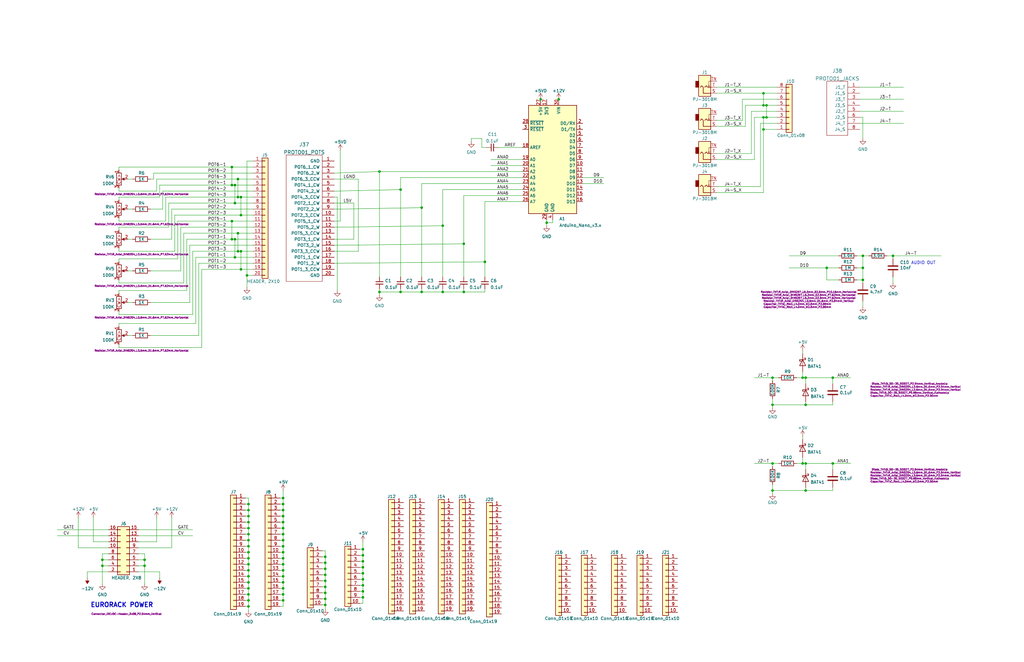
<source format=kicad_sch>
(kicad_sch (version 20211123) (generator eeschema)
  (paper "B")
  (title_block (title "ARDUINO NANO ON ER-PROTO-DB-01") (date "2022-11-07") (rev "1"))
  (junction (at 204.47 110.49))
  (junction (at 338.455 159.385))
  (junction (at 119.38 210.185))
  (junction (at 104.775 255.905))
  (junction (at 104.775 225.425))
  (junction (at 99.06 85.725))
  (junction (at 97.79 70.485))
  (junction (at 97.79 93.345))
  (junction (at 153.035 231.775))
  (junction (at 104.775 245.745))
  (junction (at 137.16 240.03))
  (junction (at 43.18 238.76))
  (junction (at 119.38 253.365))
  (junction (at 119.38 217.805))
  (junction (at 101.6 83.185))
  (junction (at 104.775 248.285))
  (junction (at 101.6 90.805))
  (junction (at 119.38 245.745))
  (junction (at 60.96 238.76))
  (junction (at 100.33 75.565))
  (junction (at 119.38 233.045))
  (junction (at 321.945 44.45))
  (junction (at 153.035 234.315))
  (junction (at 186.69 123.19))
  (junction (at 100.33 98.425))
  (junction (at 160.02 72.39))
  (junction (at 339.725 170.815))
  (junction (at 104.775 220.345))
  (junction (at 137.16 247.65))
  (junction (at 104.14 116.205))
  (junction (at 104.775 235.585))
  (junction (at 99.06 100.965))
  (junction (at 104.775 250.825))
  (junction (at 119.38 222.885))
  (junction (at 104.775 227.965))
  (junction (at 321.945 54.61))
  (junction (at 153.035 252.095))
  (junction (at 195.58 123.19))
  (junction (at 104.775 217.805))
  (junction (at 101.6 106.045))
  (junction (at 99.06 78.105))
  (junction (at 43.18 236.22))
  (junction (at 339.725 195.58))
  (junction (at 119.38 235.585))
  (junction (at 119.38 240.665))
  (junction (at 195.58 102.87))
  (junction (at 325.755 195.58))
  (junction (at 168.91 80.01))
  (junction (at 227.965 41.91))
  (junction (at 97.79 78.105))
  (junction (at 119.38 227.965))
  (junction (at 325.755 207.01))
  (junction (at 338.455 195.58))
  (junction (at 97.79 100.965))
  (junction (at 137.16 245.11))
  (junction (at 235.585 41.91))
  (junction (at 153.035 249.555))
  (junction (at 119.38 220.345))
  (junction (at 325.755 170.815))
  (junction (at 153.035 247.015))
  (junction (at 321.945 49.53))
  (junction (at 104.775 238.125))
  (junction (at 104.775 215.265))
  (junction (at 104.775 233.045))
  (junction (at 351.155 195.58))
  (junction (at 137.16 237.49))
  (junction (at 60.96 236.22))
  (junction (at 119.38 230.505))
  (junction (at 100.33 83.185))
  (junction (at 119.38 248.285))
  (junction (at 104.775 253.365))
  (junction (at 348.615 113.03))
  (junction (at 363.855 118.11))
  (junction (at 100.33 106.045))
  (junction (at 119.38 225.425))
  (junction (at 104.775 240.665))
  (junction (at 160.02 123.19))
  (junction (at 104.775 230.505))
  (junction (at 186.69 95.25))
  (junction (at 325.755 159.385))
  (junction (at 137.16 234.95))
  (junction (at 101.6 113.665))
  (junction (at 376.555 107.95))
  (junction (at 137.16 252.73))
  (junction (at 119.38 215.265))
  (junction (at 177.8 87.63))
  (junction (at 168.91 123.19))
  (junction (at 104.775 212.725))
  (junction (at 119.38 243.205))
  (junction (at 137.16 255.27))
  (junction (at 323.215 49.53))
  (junction (at 339.725 159.385))
  (junction (at 153.035 239.395))
  (junction (at 137.16 242.57))
  (junction (at 104.775 243.205))
  (junction (at 363.855 113.03))
  (junction (at 153.035 236.855))
  (junction (at 99.06 108.585))
  (junction (at 339.725 207.01))
  (junction (at 137.16 250.19))
  (junction (at 153.035 241.935))
  (junction (at 119.38 238.125))
  (junction (at 321.945 39.37))
  (junction (at 104.775 222.885))
  (junction (at 153.035 244.475))
  (junction (at 119.38 250.825))
  (junction (at 230.505 93.98))
  (junction (at 323.215 44.45))
  (junction (at 363.855 107.95))
  (junction (at 119.38 212.725))
  (junction (at 177.8 123.19))
  (junction (at 351.155 159.385))
  (wire (pts (xy 103.505 220.345) (xy 104.775 220.345)))
  (wire (pts (xy 358.775 195.58) (xy 351.155 195.58)))
  (wire (pts (xy 135.89 242.57) (xy 137.16 242.57)))
  (wire (pts (xy 325.755 195.58) (xy 325.755 196.85)))
  (wire (pts (xy 119.38 215.265) (xy 119.38 217.805)))
  (wire (pts (xy 104.775 225.425) (xy 104.775 227.965)))
  (wire (pts (xy 140.97 85.725) (xy 149.225 85.725)))
  (wire (pts (xy 103.505 250.825) (xy 104.775 250.825)))
  (wire (pts (xy 351.155 195.58) (xy 351.155 198.12)))
  (wire (pts (xy 81.28 106.045) (xy 81.28 132.715)))
  (wire (pts (xy 362.585 41.91) (xy 381 41.91)))
  (wire (pts (xy 325.755 207.01) (xy 325.755 204.47)))
  (wire (pts (xy 58.42 226.06) (xy 81.28 226.06)))
  (wire (pts (xy 137.16 255.27) (xy 137.16 257.175)))
  (wire (pts (xy 106.68 100.965) (xy 99.06 100.965)))
  (wire (pts (xy 153.035 247.015) (xy 153.035 249.555)))
  (wire (pts (xy 363.855 107.95) (xy 366.395 107.95)))
  (wire (pts (xy 69.85 93.345) (xy 69.85 83.185)))
  (wire (pts (xy 50.165 104.775) (xy 50.165 106.045)))
  (wire (pts (xy 220.345 80.01) (xy 186.69 80.01)))
  (wire (pts (xy 338.455 195.58) (xy 339.725 195.58)))
  (wire (pts (xy 106.68 93.345) (xy 97.79 93.345)))
  (wire (pts (xy 135.89 250.19) (xy 137.16 250.19)))
  (wire (pts (xy 118.11 225.425) (xy 119.38 225.425)))
  (wire (pts (xy 76.2 114.3) (xy 63.5 114.3)))
  (wire (pts (xy 24.13 223.52) (xy 45.72 223.52)))
  (wire (pts (xy 118.11 255.905) (xy 119.38 255.905)))
  (wire (pts (xy 151.13 75.565) (xy 151.13 106.045)))
  (wire (pts (xy 106.68 103.505) (xy 80.01 103.505)))
  (wire (pts (xy 245.745 77.47) (xy 254.635 77.47)))
  (wire (pts (xy 137.16 232.41) (xy 137.16 234.95)))
  (wire (pts (xy 50.165 92.075) (xy 50.165 93.345)))
  (wire (pts (xy 302.26 64.77) (xy 316.865 64.77)))
  (wire (pts (xy 140.97 83.185) (xy 142.24 83.185)))
  (wire (pts (xy 313.055 50.8) (xy 313.055 41.91)))
  (wire (pts (xy 153.035 234.315) (xy 153.035 236.855)))
  (wire (pts (xy 119.38 227.965) (xy 119.38 230.505)))
  (wire (pts (xy 83.82 111.125) (xy 83.82 141.605)))
  (wire (pts (xy 97.79 70.485) (xy 106.68 70.485)))
  (wire (pts (xy 104.775 255.905) (xy 104.775 257.81)))
  (wire (pts (xy 99.06 108.585) (xy 82.55 108.585)))
  (wire (pts (xy 339.725 159.385) (xy 339.725 161.925)))
  (wire (pts (xy 101.6 113.665) (xy 85.09 113.665)))
  (wire (pts (xy 77.47 98.425) (xy 77.47 119.38)))
  (wire (pts (xy 104.775 233.045) (xy 104.775 235.585)))
  (wire (pts (xy 320.675 52.07) (xy 327.66 52.07)))
  (wire (pts (xy 24.13 226.06) (xy 45.72 226.06)))
  (wire (pts (xy 119.38 212.725) (xy 119.38 215.265)))
  (wire (pts (xy 103.505 253.365) (xy 104.775 253.365)))
  (wire (pts (xy 103.505 245.745) (xy 104.775 245.745)))
  (wire (pts (xy 204.47 85.09) (xy 204.47 110.49)))
  (wire (pts (xy 104.775 248.285) (xy 104.775 250.825)))
  (wire (pts (xy 204.47 110.49) (xy 204.47 116.84)))
  (wire (pts (xy 151.765 234.315) (xy 153.035 234.315)))
  (wire (pts (xy 33.02 218.44) (xy 33.02 231.14)))
  (wire (pts (xy 103.505 235.585) (xy 104.775 235.585)))
  (wire (pts (xy 207.01 67.31) (xy 220.345 67.31)))
  (wire (pts (xy 119.38 225.425) (xy 119.38 227.965)))
  (wire (pts (xy 55.88 141.605) (xy 53.975 141.605)))
  (wire (pts (xy 363.855 49.53) (xy 363.855 58.42)))
  (wire (pts (xy 140.97 75.565) (xy 151.13 75.565)))
  (wire (pts (xy 100.33 75.565) (xy 106.68 75.565)))
  (wire (pts (xy 58.42 223.52) (xy 81.28 223.52)))
  (wire (pts (xy 103.505 215.265) (xy 104.775 215.265)))
  (wire (pts (xy 230.505 93.98) (xy 233.045 93.98)))
  (wire (pts (xy 177.8 121.92) (xy 177.8 123.19)))
  (wire (pts (xy 220.345 77.47) (xy 177.8 77.47)))
  (wire (pts (xy 104.775 215.265) (xy 104.775 217.805)))
  (wire (pts (xy 118.11 215.265) (xy 119.38 215.265)))
  (wire (pts (xy 104.775 212.725) (xy 104.775 215.265)))
  (wire (pts (xy 137.16 234.95) (xy 137.16 237.49)))
  (wire (pts (xy 85.09 113.665) (xy 85.09 146.685)))
  (wire (pts (xy 100.33 75.565) (xy 100.33 83.185)))
  (wire (pts (xy 363.855 107.95) (xy 361.315 107.95)))
  (wire (pts (xy 50.165 122.555) (xy 50.165 123.825)))
  (wire (pts (xy 151.765 236.855) (xy 153.035 236.855)))
  (wire (pts (xy 207.01 69.85) (xy 220.345 69.85)))
  (wire (pts (xy 135.89 237.49) (xy 137.16 237.49)))
  (wire (pts (xy 39.37 228.6) (xy 39.37 218.44)))
  (wire (pts (xy 168.91 121.92) (xy 168.91 123.19)))
  (wire (pts (xy 60.96 233.68) (xy 60.96 236.22)))
  (wire (pts (xy 50.165 80.645) (xy 66.04 80.645)))
  (wire (pts (xy 97.79 70.485) (xy 97.79 78.105)))
  (wire (pts (xy 100.33 106.045) (xy 101.6 106.045)))
  (wire (pts (xy 318.135 159.385) (xy 325.755 159.385)))
  (wire (pts (xy 80.01 103.505) (xy 80.01 127.635)))
  (wire (pts (xy 50.165 136.525) (xy 82.55 136.525)))
  (wire (pts (xy 119.38 230.505) (xy 119.38 233.045)))
  (wire (pts (xy 118.11 230.505) (xy 119.38 230.505)))
  (wire (pts (xy 153.035 252.095) (xy 153.035 254.635)))
  (wire (pts (xy 64.77 73.025) (xy 64.77 75.565)))
  (wire (pts (xy 325.755 159.385) (xy 328.295 159.385)))
  (wire (pts (xy 81.28 106.045) (xy 100.33 106.045)))
  (wire (pts (xy 66.04 218.44) (xy 66.04 228.6)))
  (wire (pts (xy 135.89 252.73) (xy 137.16 252.73)))
  (wire (pts (xy 351.155 207.01) (xy 351.155 205.74)))
  (wire (pts (xy 36.83 241.3) (xy 45.72 241.3)))
  (wire (pts (xy 135.89 245.11) (xy 137.16 245.11)))
  (wire (pts (xy 50.165 132.715) (xy 81.28 132.715)))
  (wire (pts (xy 58.42 238.76) (xy 60.96 238.76)))
  (wire (pts (xy 50.165 146.685) (xy 85.09 146.685)))
  (wire (pts (xy 50.165 145.415) (xy 50.165 146.685)))
  (wire (pts (xy 153.035 241.935) (xy 153.035 244.475)))
  (wire (pts (xy 376.555 107.95) (xy 376.555 109.22)))
  (wire (pts (xy 118.11 240.665) (xy 119.38 240.665)))
  (wire (pts (xy 348.615 113.03) (xy 353.695 113.03)))
  (wire (pts (xy 50.165 70.485) (xy 50.165 71.755)))
  (wire (pts (xy 45.72 228.6) (xy 39.37 228.6)))
  (wire (pts (xy 76.2 95.885) (xy 76.2 114.3)))
  (wire (pts (xy 63.5 141.605) (xy 83.82 141.605)))
  (wire (pts (xy 323.215 44.45) (xy 323.215 49.53)))
  (wire (pts (xy 186.69 121.92) (xy 186.69 123.19)))
  (wire (pts (xy 100.33 98.425) (xy 77.47 98.425)))
  (wire (pts (xy 302.26 81.28) (xy 321.945 81.28)))
  (wire (pts (xy 103.505 210.185) (xy 104.775 210.185)))
  (wire (pts (xy 97.79 100.965) (xy 78.74 100.965)))
  (wire (pts (xy 135.89 240.03) (xy 137.16 240.03)))
  (wire (pts (xy 50.165 83.185) (xy 50.165 84.455)))
  (wire (pts (xy 323.215 44.45) (xy 327.66 44.45)))
  (wire (pts (xy 142.24 83.185) (xy 142.24 122.555)))
  (wire (pts (xy 168.91 74.93) (xy 168.91 80.01)))
  (wire (pts (xy 50.165 93.345) (xy 69.85 93.345)))
  (wire (pts (xy 325.755 170.815) (xy 325.755 168.275)))
  (wire (pts (xy 55.88 100.965) (xy 53.975 100.965)))
  (wire (pts (xy 99.06 100.965) (xy 97.79 100.965)))
  (wire (pts (xy 339.725 170.815) (xy 325.755 170.815)))
  (wire (pts (xy 313.055 41.91) (xy 327.66 41.91)))
  (wire (pts (xy 103.505 243.205) (xy 104.775 243.205)))
  (wire (pts (xy 302.26 53.34) (xy 314.325 53.34)))
  (wire (pts (xy 135.89 234.95) (xy 137.16 234.95)))
  (wire (pts (xy 149.225 100.965) (xy 140.97 100.965)))
  (wire (pts (xy 151.765 231.775) (xy 153.035 231.775)))
  (wire (pts (xy 45.72 231.14) (xy 33.02 231.14)))
  (wire (pts (xy 153.035 231.775) (xy 153.035 234.315)))
  (wire (pts (xy 151.765 244.475) (xy 153.035 244.475)))
  (wire (pts (xy 104.775 240.665) (xy 104.775 243.205)))
  (wire (pts (xy 43.18 238.76) (xy 43.18 246.38)))
  (wire (pts (xy 58.42 231.14) (xy 72.39 231.14)))
  (wire (pts (xy 227.965 41.91) (xy 227.965 43.18)))
  (wire (pts (xy 118.11 243.205) (xy 119.38 243.205)))
  (wire (pts (xy 50.165 95.885) (xy 71.12 95.885)))
  (wire (pts (xy 362.585 52.07) (xy 381 52.07)))
  (wire (pts (xy 339.725 207.01) (xy 351.155 207.01)))
  (wire (pts (xy 69.85 83.185) (xy 100.33 83.185)))
  (wire (pts (xy 325.755 172.085) (xy 325.755 170.815)))
  (wire (pts (xy 118.11 233.045) (xy 119.38 233.045)))
  (wire (pts (xy 104.14 67.945) (xy 104.14 116.205)))
  (wire (pts (xy 63.5 100.965) (xy 72.39 100.965)))
  (wire (pts (xy 143.51 63.5) (xy 143.51 93.345)))
  (wire (pts (xy 195.58 82.55) (xy 195.58 102.87)))
  (wire (pts (xy 363.855 113.03) (xy 363.855 107.95)))
  (wire (pts (xy 74.93 93.345) (xy 74.93 109.22)))
  (wire (pts (xy 153.035 244.475) (xy 153.035 247.015)))
  (wire (pts (xy 325.755 195.58) (xy 328.295 195.58)))
  (wire (pts (xy 358.775 159.385) (xy 351.155 159.385)))
  (wire (pts (xy 362.585 36.83) (xy 381 36.83)))
  (wire (pts (xy 55.88 127.635) (xy 53.975 127.635)))
  (wire (pts (xy 67.31 83.185) (xy 67.31 78.105)))
  (wire (pts (xy 160.02 123.19) (xy 160.02 124.46)))
  (wire (pts (xy 321.945 39.37) (xy 327.66 39.37)))
  (wire (pts (xy 103.505 212.725) (xy 104.775 212.725)))
  (wire (pts (xy 119.38 217.805) (xy 119.38 220.345)))
  (wire (pts (xy 220.345 85.09) (xy 204.47 85.09)))
  (wire (pts (xy 314.325 53.34) (xy 314.325 44.45)))
  (wire (pts (xy 72.39 88.265) (xy 72.39 100.965)))
  (wire (pts (xy 43.18 233.68) (xy 43.18 236.22)))
  (wire (pts (xy 160.02 121.92) (xy 160.02 123.19)))
  (wire (pts (xy 137.16 250.19) (xy 137.16 252.73)))
  (wire (pts (xy 119.38 245.745) (xy 119.38 248.285)))
  (wire (pts (xy 320.675 78.74) (xy 320.675 52.07)))
  (wire (pts (xy 353.695 118.11) (xy 348.615 118.11)))
  (wire (pts (xy 321.945 54.61) (xy 327.66 54.61)))
  (wire (pts (xy 177.8 123.19) (xy 186.69 123.19)))
  (wire (pts (xy 80.01 127.635) (xy 63.5 127.635)))
  (wire (pts (xy 71.12 95.885) (xy 71.12 85.725)))
  (wire (pts (xy 74.93 109.22) (xy 50.165 109.22)))
  (wire (pts (xy 135.89 255.27) (xy 137.16 255.27)))
  (wire (pts (xy 302.26 67.31) (xy 318.135 67.31)))
  (wire (pts (xy 106.68 73.025) (xy 64.77 73.025)))
  (wire (pts (xy 104.775 245.745) (xy 104.775 248.285)))
  (wire (pts (xy 68.58 88.265) (xy 68.58 80.645)))
  (wire (pts (xy 43.18 238.76) (xy 45.72 238.76)))
  (wire (pts (xy 325.755 159.385) (xy 325.755 160.655)))
  (wire (pts (xy 338.455 156.845) (xy 338.455 159.385)))
  (wire (pts (xy 137.16 247.65) (xy 137.16 250.19)))
  (wire (pts (xy 101.6 83.185) (xy 101.6 90.805)))
  (wire (pts (xy 210.185 62.23) (xy 220.345 62.23)))
  (wire (pts (xy 104.775 250.825) (xy 104.775 253.365)))
  (wire (pts (xy 233.045 93.98) (xy 233.045 92.71)))
  (wire (pts (xy 103.505 233.045) (xy 104.775 233.045)))
  (wire (pts (xy 153.035 239.395) (xy 153.035 241.935)))
  (wire (pts (xy 361.315 113.03) (xy 363.855 113.03)))
  (wire (pts (xy 186.69 95.25) (xy 186.69 116.84)))
  (wire (pts (xy 245.745 74.93) (xy 254.635 74.93)))
  (wire (pts (xy 177.8 87.63) (xy 177.8 116.84)))
  (wire (pts (xy 198.755 58.42) (xy 203.2 58.42)))
  (wire (pts (xy 321.945 49.53) (xy 323.215 49.53)))
  (wire (pts (xy 151.765 239.395) (xy 153.035 239.395)))
  (wire (pts (xy 106.68 88.265) (xy 72.39 88.265)))
  (wire (pts (xy 168.91 123.19) (xy 177.8 123.19)))
  (wire (pts (xy 82.55 108.585) (xy 82.55 136.525)))
  (wire (pts (xy 362.585 46.99) (xy 381 46.99)))
  (wire (pts (xy 50.165 118.11) (xy 50.165 119.38)))
  (wire (pts (xy 230.505 92.71) (xy 230.505 93.98)))
  (wire (pts (xy 72.39 218.44) (xy 72.39 231.14)))
  (wire (pts (xy 348.615 113.03) (xy 332.74 113.03)))
  (wire (pts (xy 97.79 93.345) (xy 74.93 93.345)))
  (wire (pts (xy 363.855 118.11) (xy 363.855 119.38)))
  (wire (pts (xy 50.165 136.525) (xy 50.165 137.795)))
  (wire (pts (xy 97.79 93.345) (xy 97.79 100.965)))
  (wire (pts (xy 67.31 78.105) (xy 97.79 78.105)))
  (wire (pts (xy 119.38 248.285) (xy 119.38 250.825)))
  (wire (pts (xy 153.035 228.6) (xy 153.035 231.775)))
  (wire (pts (xy 73.66 90.805) (xy 73.66 106.045)))
  (wire (pts (xy 149.225 85.725) (xy 149.225 100.965)))
  (wire (pts (xy 104.775 227.965) (xy 104.775 230.505)))
  (wire (pts (xy 118.11 253.365) (xy 119.38 253.365)))
  (wire (pts (xy 104.14 116.205) (xy 104.14 121.285)))
  (wire (pts (xy 338.455 147.955) (xy 338.455 149.225)))
  (wire (pts (xy 103.505 222.885) (xy 104.775 222.885)))
  (wire (pts (xy 73.66 106.045) (xy 50.165 106.045)))
  (wire (pts (xy 316.865 46.99) (xy 327.66 46.99)))
  (wire (pts (xy 50.165 95.885) (xy 50.165 97.155)))
  (wire (pts (xy 339.725 170.815) (xy 351.155 170.815)))
  (wire (pts (xy 104.775 220.345) (xy 104.775 222.885)))
  (wire (pts (xy 58.42 241.3) (xy 67.31 241.3)))
  (wire (pts (xy 151.765 249.555) (xy 153.035 249.555)))
  (wire (pts (xy 160.02 72.39) (xy 220.345 72.39)))
  (wire (pts (xy 376.555 107.95) (xy 396.875 107.95)))
  (wire (pts (xy 63.5 75.565) (xy 64.77 75.565)))
  (wire (pts (xy 50.165 122.555) (xy 78.74 122.555)))
  (wire (pts (xy 137.16 245.11) (xy 137.16 247.65)))
  (wire (pts (xy 302.26 39.37) (xy 321.945 39.37)))
  (wire (pts (xy 100.33 83.185) (xy 101.6 83.185)))
  (wire (pts (xy 104.775 235.585) (xy 104.775 238.125)))
  (wire (pts (xy 103.505 238.125) (xy 104.775 238.125)))
  (wire (pts (xy 58.42 228.6) (xy 66.04 228.6)))
  (wire (pts (xy 348.615 118.11) (xy 348.615 113.03)))
  (wire (pts (xy 339.725 195.58) (xy 351.155 195.58)))
  (wire (pts (xy 103.505 255.905) (xy 104.775 255.905)))
  (wire (pts (xy 339.725 170.815) (xy 339.725 169.545)))
  (wire (pts (xy 101.6 90.805) (xy 73.66 90.805)))
  (wire (pts (xy 100.33 98.425) (xy 100.33 106.045)))
  (wire (pts (xy 235.585 41.91) (xy 235.585 43.18)))
  (wire (pts (xy 43.18 236.22) (xy 43.18 238.76)))
  (wire (pts (xy 351.155 159.385) (xy 351.155 161.925)))
  (wire (pts (xy 45.72 233.68) (xy 43.18 233.68)))
  (wire (pts (xy 220.345 82.55) (xy 195.58 82.55)))
  (wire (pts (xy 103.505 217.805) (xy 104.775 217.805)))
  (wire (pts (xy 63.5 88.265) (xy 68.58 88.265)))
  (wire (pts (xy 50.165 79.375) (xy 50.165 80.645)))
  (wire (pts (xy 302.26 78.74) (xy 320.675 78.74)))
  (wire (pts (xy 103.505 230.505) (xy 104.775 230.505)))
  (wire (pts (xy 160.02 72.39) (xy 160.02 116.84)))
  (wire (pts (xy 118.11 220.345) (xy 119.38 220.345)))
  (wire (pts (xy 104.775 217.805) (xy 104.775 220.345)))
  (wire (pts (xy 104.775 243.205) (xy 104.775 245.745)))
  (wire (pts (xy 363.855 118.11) (xy 363.855 113.03)))
  (wire (pts (xy 361.315 118.11) (xy 363.855 118.11)))
  (wire (pts (xy 101.6 106.045) (xy 101.6 113.665)))
  (wire (pts (xy 318.135 49.53) (xy 321.945 49.53)))
  (wire (pts (xy 71.12 85.725) (xy 99.06 85.725)))
  (wire (pts (xy 78.74 100.965) (xy 78.74 122.555)))
  (wire (pts (xy 68.58 80.645) (xy 106.68 80.645)))
  (wire (pts (xy 101.6 106.045) (xy 106.68 106.045)))
  (wire (pts (xy 118.11 210.185) (xy 119.38 210.185)))
  (wire (pts (xy 318.135 195.58) (xy 325.755 195.58)))
  (wire (pts (xy 103.505 227.965) (xy 104.775 227.965)))
  (wire (pts (xy 101.6 83.185) (xy 106.68 83.185)))
  (wire (pts (xy 151.13 106.045) (xy 140.97 106.045)))
  (wire (pts (xy 103.505 240.665) (xy 104.775 240.665)))
  (wire (pts (xy 119.38 238.125) (xy 119.38 240.665)))
  (wire (pts (xy 99.06 100.965) (xy 99.06 108.585)))
  (wire (pts (xy 220.345 74.93) (xy 168.91 74.93)))
  (wire (pts (xy 106.68 67.945) (xy 104.14 67.945)))
  (wire (pts (xy 362.585 49.53) (xy 363.855 49.53)))
  (wire (pts (xy 77.47 119.38) (xy 50.165 119.38)))
  (wire (pts (xy 106.68 108.585) (xy 99.06 108.585)))
  (wire (pts (xy 106.68 113.665) (xy 101.6 113.665)))
  (wire (pts (xy 119.38 253.365) (xy 119.38 255.905)))
  (wire (pts (xy 99.06 78.105) (xy 106.68 78.105)))
  (wire (pts (xy 338.455 159.385) (xy 339.725 159.385)))
  (wire (pts (xy 135.89 247.65) (xy 137.16 247.65)))
  (wire (pts (xy 351.155 170.815) (xy 351.155 169.545)))
  (wire (pts (xy 151.765 241.935) (xy 153.035 241.935)))
  (wire (pts (xy 106.68 111.125) (xy 83.82 111.125)))
  (wire (pts (xy 321.945 49.53) (xy 321.945 54.61)))
  (wire (pts (xy 140.97 93.345) (xy 143.51 93.345)))
  (wire (pts (xy 104.775 253.365) (xy 104.775 255.905)))
  (wire (pts (xy 151.765 247.015) (xy 153.035 247.015)))
  (wire (pts (xy 103.505 225.425) (xy 104.775 225.425)))
  (wire (pts (xy 66.04 80.645) (xy 66.04 75.565)))
  (wire (pts (xy 321.945 81.28) (xy 321.945 54.61)))
  (wire (pts (xy 58.42 233.68) (xy 60.96 233.68)))
  (wire (pts (xy 104.775 230.505) (xy 104.775 233.045)))
  (wire (pts (xy 50.165 109.22) (xy 50.165 110.49)))
  (wire (pts (xy 339.725 195.58) (xy 339.725 198.12)))
  (wire (pts (xy 140.97 73.025) (xy 160.02 72.39)))
  (wire (pts (xy 339.725 207.01) (xy 339.725 205.74)))
  (wire (pts (xy 104.775 210.185) (xy 104.775 212.725)))
  (wire (pts (xy 66.04 75.565) (xy 100.33 75.565)))
  (wire (pts (xy 140.97 111.125) (xy 204.47 110.49)))
  (wire (pts (xy 195.58 102.87) (xy 195.58 116.84)))
  (wire (pts (xy 118.11 235.585) (xy 119.38 235.585)))
  (wire (pts (xy 140.97 103.505) (xy 195.58 102.87)))
  (wire (pts (xy 137.16 252.73) (xy 137.16 255.27)))
  (wire (pts (xy 339.725 159.385) (xy 351.155 159.385)))
  (wire (pts (xy 151.765 252.095) (xy 153.035 252.095)))
  (wire (pts (xy 106.68 90.805) (xy 101.6 90.805)))
  (wire (pts (xy 106.68 98.425) (xy 100.33 98.425)))
  (wire (pts (xy 50.165 83.185) (xy 67.31 83.185)))
  (wire (pts (xy 118.11 227.965) (xy 119.38 227.965)))
  (wire (pts (xy 50.165 70.485) (xy 97.79 70.485)))
  (wire (pts (xy 99.06 85.725) (xy 106.68 85.725)))
  (wire (pts (xy 119.38 250.825) (xy 119.38 253.365)))
  (wire (pts (xy 119.38 243.205) (xy 119.38 245.745)))
  (wire (pts (xy 335.915 195.58) (xy 338.455 195.58)))
  (wire (pts (xy 177.8 77.47) (xy 177.8 87.63)))
  (wire (pts (xy 104.14 116.205) (xy 106.68 116.205)))
  (wire (pts (xy 203.2 58.42) (xy 203.2 62.23)))
  (wire (pts (xy 53.975 88.265) (xy 55.88 88.265)))
  (wire (pts (xy 204.47 123.19) (xy 204.47 121.92)))
  (wire (pts (xy 186.69 80.01) (xy 186.69 95.25)))
  (wire (pts (xy 153.035 236.855) (xy 153.035 239.395)))
  (wire (pts (xy 106.68 95.885) (xy 76.2 95.885)))
  (wire (pts (xy 104.775 238.125) (xy 104.775 240.665)))
  (wire (pts (xy 316.865 64.77) (xy 316.865 46.99)))
  (wire (pts (xy 137.16 240.03) (xy 137.16 242.57)))
  (wire (pts (xy 99.06 78.105) (xy 99.06 85.725)))
  (wire (pts (xy 118.11 250.825) (xy 119.38 250.825)))
  (wire (pts (xy 198.755 59.69) (xy 198.755 58.42)))
  (wire (pts (xy 118.11 248.285) (xy 119.38 248.285)))
  (wire (pts (xy 118.11 222.885) (xy 119.38 222.885)))
  (wire (pts (xy 119.38 235.585) (xy 119.38 238.125)))
  (wire (pts (xy 302.26 36.83) (xy 327.66 36.83)))
  (wire (pts (xy 321.945 39.37) (xy 321.945 44.45)))
  (wire (pts (xy 338.455 184.15) (xy 338.455 185.42)))
  (wire (pts (xy 118.11 212.725) (xy 119.38 212.725)))
  (wire (pts (xy 119.38 220.345) (xy 119.38 222.885)))
  (wire (pts (xy 151.765 254.635) (xy 153.035 254.635)))
  (wire (pts (xy 195.58 123.19) (xy 204.47 123.19)))
  (wire (pts (xy 140.97 80.645) (xy 168.91 80.01)))
  (wire (pts (xy 195.58 121.92) (xy 195.58 123.19)))
  (wire (pts (xy 302.26 50.8) (xy 313.055 50.8)))
  (wire (pts (xy 332.74 107.95) (xy 353.695 107.95)))
  (wire (pts (xy 318.135 67.31) (xy 318.135 49.53)))
  (wire (pts (xy 314.325 44.45) (xy 321.945 44.45)))
  (wire (pts (xy 60.96 238.76) (xy 60.96 246.38)))
  (wire (pts (xy 50.165 131.445) (xy 50.165 132.715)))
  (wire (pts (xy 118.11 217.805) (xy 119.38 217.805)))
  (wire (pts (xy 58.42 236.22) (xy 60.96 236.22)))
  (wire (pts (xy 119.38 207.01) (xy 119.38 210.185)))
  (wire (pts (xy 118.11 245.745) (xy 119.38 245.745)))
  (wire (pts (xy 119.38 210.185) (xy 119.38 212.725)))
  (wire (pts (xy 119.38 233.045) (xy 119.38 235.585)))
  (wire (pts (xy 153.035 249.555) (xy 153.035 252.095)))
  (wire (pts (xy 339.725 207.01) (xy 325.755 207.01)))
  (wire (pts (xy 104.775 222.885) (xy 104.775 225.425)))
  (wire (pts (xy 230.505 93.98) (xy 230.505 95.25)))
  (wire (pts (xy 186.69 123.19) (xy 195.58 123.19)))
  (wire (pts (xy 67.31 241.3) (xy 67.31 243.84)))
  (wire (pts (xy 135.89 232.41) (xy 137.16 232.41)))
  (wire (pts (xy 325.755 208.28) (xy 325.755 207.01)))
  (wire (pts (xy 203.2 62.23) (xy 205.105 62.23)))
  (wire (pts (xy 60.96 236.22) (xy 60.96 238.76)))
  (wire (pts (xy 168.91 80.01) (xy 168.91 116.84)))
  (wire (pts (xy 140.97 95.885) (xy 186.69 95.25)))
  (wire (pts (xy 323.215 49.53) (xy 327.66 49.53)))
  (wire (pts (xy 376.555 116.84) (xy 376.555 119.38)))
  (wire (pts (xy 36.83 243.84) (xy 36.83 241.3)))
  (wire (pts (xy 321.945 44.45) (xy 323.215 44.45)))
  (wire (pts (xy 363.855 127) (xy 363.855 129.54)))
  (wire (pts (xy 43.18 236.22) (xy 45.72 236.22)))
  (wire (pts (xy 335.915 159.385) (xy 338.455 159.385)))
  (wire (pts (xy 374.015 107.95) (xy 376.555 107.95)))
  (wire (pts (xy 53.975 75.565) (xy 55.88 75.565)))
  (wire (pts (xy 137.16 242.57) (xy 137.16 245.11)))
  (wire (pts (xy 55.88 114.3) (xy 53.975 114.3)))
  (wire (pts (xy 118.11 238.125) (xy 119.38 238.125)))
  (wire (pts (xy 137.16 237.49) (xy 137.16 240.03)))
  (wire (pts (xy 103.505 248.285) (xy 104.775 248.285)))
  (wire (pts (xy 160.02 123.19) (xy 168.91 123.19)))
  (wire (pts (xy 338.455 193.04) (xy 338.455 195.58)))
  (wire (pts (xy 97.79 78.105) (xy 99.06 78.105)))
  (wire (pts (xy 119.38 240.665) (xy 119.38 243.205)))
  (wire (pts (xy 119.38 222.885) (xy 119.38 225.425)))
  (wire (pts (xy 140.97 88.265) (xy 177.8 87.63)))
  (text "EURORACK POWER" (at 38.1 256.54 0) (effects (font (size 1.905 1.905) (thickness 0.381) bold) (justify left bottom)))
  (text "AUDIO OUT" (at 384.175 111.76 0) (effects (font (size 1.27 1.27)) (justify left bottom)))
  (label "GATE" (at 74.93 223.52 0))
  (label "ANA5" (at 209.55 80.01 0))
  (label "J3-T_X" (at 305.435 50.8 0))
  (label "POT6-1" (at 87.63 70.485 0))
  (label "ANA4" (at 209.55 77.47 0))
  (label "GATE" (at 26.67 223.52 0))
  (label "POT4-3" (at 87.63 83.185 0))
  (label "J2-T" (at 319.405 195.58 0))
  (label "POT2-1" (at 87.63 85.725 0))
  (label "ANA0" (at 353.06 159.385 0))
  (label "ANA1" (at 353.06 195.58 0))
  (label "ANA7" (at 209.55 85.09 0))
  (label "J2-T_X" (at 305.435 64.77 0))
  (label "POT1-2" (at 87.63 111.125 0))
  (label "POT2-3" (at 87.63 90.805 0))
  (label "D9" (at 250.19 74.93 0))
  (label "D9" (at 337.185 107.95 0))
  (label "J4-T_X" (at 305.435 78.74 0))
  (label "J1-T" (at 319.405 159.385 0))
  (label "ANA1" (at 209.55 69.85 0))
  (label "CV" (at 74.93 226.06 0))
  (label "J3-S_X" (at 305.435 53.34 0))
  (label "ANA0" (at 209.55 67.31 0))
  (label "POT6-2" (at 87.63 73.025 0))
  (label "POT5-3" (at 87.63 98.425 0))
  (label "L5V" (at 144.78 85.725 0))
  (label "J4-T" (at 370.84 52.07 0))
  (label "POT4-2" (at 87.63 80.645 0))
  (label "ANA3" (at 209.55 74.93 0))
  (label "POT3-3" (at 87.63 106.045 0))
  (label "J2-T" (at 370.84 46.99 0))
  (label "POT2-2" (at 87.63 88.265 0))
  (label "J1-T_X" (at 305.435 36.83 0))
  (label "CV" (at 26.67 226.06 0))
  (label "J1-S_X" (at 305.435 39.37 0))
  (label "AREF" (at 212.725 62.23 0))
  (label "J3-T" (at 370.84 41.91 0))
  (label "J4-S_X" (at 305.435 81.28 0))
  (label "ANA2" (at 209.55 72.39 0))
  (label "POT6-3" (at 87.63 75.565 0))
  (label "LGND" (at 144.78 75.565 0))
  (label "POT5-2" (at 87.63 95.885 0))
  (label "J4-T" (at 381.635 107.95 0))
  (label "J1-T" (at 370.84 36.83 0))
  (label "POT5-1" (at 87.63 93.345 0))
  (label "POT1-1" (at 87.63 108.585 0))
  (label "POT1-3" (at 87.63 113.665 0))
  (label "J2-S_X" (at 305.435 67.31 0))
  (label "POT3-1" (at 87.63 100.965 0))
  (label "ANA6" (at 209.55 82.55 0))
  (label "D10" (at 250.19 77.47 0))
  (label "D10" (at 337.185 113.03 0))
  (label "POT4-1" (at 87.63 78.105 0))
  (label "POT3-2" (at 87.63 103.505 0))
  (symbol (lib_id "Device:C_Small") (at 195.58 119.38 0) (unit 1)
    (property "Reference" "C5" (at 197.9041 118.4778 0) (effects (justify left)))
    (property "Value" "0.1uF" (at 197.9041 121.2529 0) (effects (justify left)))
    (property "Footprint" "Capacitor_THT:C_Disc_D4.3mm_W1.9mm_P5.00mm" (effects hide))
  )
  (symbol (lib_id "Device:R") (at 357.505 118.11 90) (unit 1)
    (property "Reference" "R13" (at 357.505 115.57 90))
    (property "Value" "1M" (at 357.505 118.11 90))
    (property "Footprint" "Resistor_THT:R_Axial_DIN0207_L6.3mm_D2.5mm_P7.62mm_Horizontal" (at 340.995 125.73 90) (effects (font (size 0.762 0.762))))
    (property "Datasheet" "https://www.mouser.com/ProductDetail/Xicon/299-2.2K-RC?qs=QaPBMFBEHz3RDbXknTj%252ByA%3D%3D" (effects hide))
  )
  (symbol (lib_id "power:GND") (at 43.18 246.38 0) (unit 1)
    (property "Reference" "#PWR0104" (effects hide))
    (property "Value" "GND" (at 43.18 250.9425 0))
  )
  (symbol (lib_id "power:+5V") (at 153.035 228.6 0) (unit 1)
    (property "Reference" "#PWR0124" (effects hide))
    (property "Value" "+5V" (at 153.035 224.9955 0))
  )
  (symbol (lib_id "power:GND") (at 198.755 59.69 0) (unit 1)
    (property "Reference" "#PWR0127" (effects hide))
    (property "Value" "GND" (at 198.755 64.2525 0))
  )
  (symbol (lib_id "Device:R") (at 357.505 113.03 90) (unit 1)
    (property "Reference" "R12" (at 357.505 110.49 90))
    (property "Value" "1M" (at 357.505 113.03 90))
    (property "Footprint" "Resistor_THT:R_Axial_DIN0207_L6.3mm_D2.5mm_P7.62mm_Horizontal" (at 340.995 124.46 90) (effects (font (size 0.762 0.762))))
    (property "Datasheet" "https://www.mouser.com/ProductDetail/Xicon/299-2.2K-RC?qs=QaPBMFBEHz3RDbXknTj%252ByA%3D%3D" (effects hide))
  )
  (symbol (lib_id "Device:R") (at 59.69 127.635 90) (unit 1) (in_bom no) (on_board no)
    (property "Reference" "R3" (at 59.69 125.095 90))
    (property "Value" "1K" (at 59.69 127.635 90))
    (property "Footprint" "Resistor_THT:R_Axial_DIN0204_L3.6mm_D1.6mm_P7.62mm_Horizontal" (at 59.69 133.985 90) (effects (font (size 0.762 0.762))))
    (property "Datasheet" "https://www.mouser.com/ProductDetail/Xicon/299-2.2K-RC?qs=QaPBMFBEHz3RDbXknTj%252ByA%3D%3D" (effects hide))
  )
  (symbol (lib_id "Device:C_Small") (at 168.91 119.38 0) (unit 1)
    (property "Reference" "C2" (at 171.2341 118.4778 0) (effects (justify left)))
    (property "Value" "0.1uF" (at 171.2341 121.2529 0) (effects (justify left)))
    (property "Footprint" "Capacitor_THT:C_Disc_D4.3mm_W1.9mm_P5.00mm" (effects hide))
  )
  (symbol (lib_id "Connector_Generic:Conn_01x19") (at 113.03 233.045 0) (mirror y) (unit 1)
    (property "Reference" "J8" (at 113.03 207.645 0))
    (property "Value" "Conn_01x19" (at 113.03 259.08 0))
    (property "Footprint" "Connector_PinHeader_2.54mm:PinHeader_1x19_P2.54mm_Vertical" (effects hide))
  )
  (symbol (lib_id "power:GND") (at 363.855 129.54 0) (unit 1)
    (property "Reference" "#PWR0125" (effects hide))
    (property "Value" "GND" (at 363.855 134.1025 0))
  )
  (symbol (lib_id "power:GND") (at 60.96 246.38 0) (unit 1)
    (property "Reference" "#PWR0105" (effects hide))
    (property "Value" "GND" (at 60.96 250.9425 0))
  )
  (symbol (lib_id "power:+12V") (at 235.585 41.91 0) (unit 1)
    (property "Reference" "#PWR0110" (effects hide))
    (property "Value" "+12V" (at 235.585 38.3055 0))
  )
  (symbol (lib_id "LandBoards_Conns:R_Pot_CW") (at 50.165 100.965 0) (unit 1) (in_bom no) (on_board no)
    (property "Reference" "RV2" (at 48.2695 100.0565 0) (effects (justify right)))
    (property "Value" "100K" (at 48.2695 102.8316 0) (effects (justify right)))
  )
  (symbol (lib_id "power:-12V") (at 36.83 243.84 180) (unit 1)
    (property "Reference" "#PWR0108" (effects hide))
    (property "Value" "-12V" (at 36.83 248.4025 0))
  )
  (symbol (lib_id "power:+5V") (at 338.455 184.15 0) (unit 1)
    (property "Reference" "#PWR0121" (effects hide))
    (property "Value" "+5V" (at 338.455 180.5455 0))
  )
  (symbol (lib_id "Connector_Generic:Conn_01x08") (at 332.74 46.99 0) (mirror x) (unit 1)
    (property "Reference" "J10" (at 331.47 34.29 0) (effects (justify left)))
    (property "Value" "Conn_01x08" (at 327.66 57.15 0) (effects (justify left)))
    (property "Footprint" "Connector_PinHeader_2.54mm:PinHeader_1x08_P2.54mm_Vertical" (effects hide))
  )
  (symbol (lib_id "power:GND") (at 230.505 95.25 0) (unit 1)
    (property "Reference" "#PWR0109" (effects hide))
    (property "Value" "GND" (at 230.505 99.8125 0))
  )
  (symbol (lib_id "Connector_Generic:Conn_01x19") (at 206.375 236.22 0) (mirror y) (unit 1)
    (property "Reference" "J20" (at 206.375 210.82 0))
    (property "Value" "Conn_01x19" (at 203.835 262.255 0))
    (property "Footprint" "Connector_PinHeader_2.54mm:PinHeader_1x19_P2.54mm_Vertical" (effects hide))
  )
  (symbol (lib_id "power:-12V") (at 67.31 243.84 180) (unit 1)
    (property "Reference" "#PWR0113" (effects hide))
    (property "Value" "-12V" (at 67.31 248.4025 0))
  )
  (symbol (lib_id "Connector:AudioJack2_SwitchT") (at 297.18 50.8 0) (mirror x) (unit 1) (in_bom no) (on_board no)
    (property "Reference" "J3" (at 297.18 44.45 0))
    (property "Value" "PJ-301BM" (at 297.18 55.88 0))
    (property "Footprint" "AudioJacks:Jack_3.5mm_QingPu_WQP-PJ301BM_Vertical" (effects hide))
    (property "Datasheet" "https://www.taydaelectronics.com/pj-301bm-3-5-mm-mono-phone-jack.html" (effects hide))
  )
  (symbol (lib_id "power:GND") (at 104.775 257.81 0) (unit 1)
    (property "Reference" "#PWR0116" (effects hide))
    (property "Value" "GND" (at 104.775 262.3725 0))
  )
  (symbol (lib_id "LandBoards_Conns:R_Pot_CW") (at 50.165 114.3 0) (unit 1) (in_bom no) (on_board no)
    (property "Reference" "RV5" (at 48.2695 113.3915 0) (effects (justify right)))
    (property "Value" "100K" (at 48.2695 116.1666 0) (effects (justify right)))
  )
  (symbol (lib_id "Device:R") (at 325.755 200.66 0) (unit 1)
    (property "Reference" "R8" (at 328.295 200.66 90))
    (property "Value" "100K" (at 325.755 200.66 90))
    (property "Footprint" "Resistor_THT:R_Axial_DIN0204_L3.6mm_D1.6mm_P2.54mm_Vertical" (at 386.08 199.39 0) (effects (font (size 0.762 0.762))))
    (property "Datasheet" "https://www.mouser.com/ProductDetail/Xicon/299-2.2K-RC?qs=QaPBMFBEHz3RDbXknTj%252ByA%3D%3D" (effects hide))
  )
  (symbol (lib_id "power:GND") (at 363.855 58.42 0) (unit 1)
    (property "Reference" "#PWR0118" (effects hide))
    (property "Value" "GND" (at 363.855 62.9825 0))
  )
  (symbol (lib_id "Device:C") (at 363.855 123.19 0) (unit 1)
    (property "Reference" "C9" (at 366.776 120.8786 0) (effects (justify left)))
    (property "Value" "4.7nF" (at 366.776 123.19 0) (effects (justify left)))
    (property "Footprint" "Capacitor_THT:C_Rect_L4.0mm_W2.5mm_P2.50mm" (at 321.945 128.27 0) (effects (font (size 0.762 0.762)) (justify left)))
  )
  (symbol (lib_id "Device:R") (at 59.69 75.565 90) (unit 1) (in_bom no) (on_board no)
    (property "Reference" "R6" (at 59.69 73.025 90))
    (property "Value" "1K" (at 59.69 75.565 90))
    (property "Footprint" "Resistor_THT:R_Axial_DIN0204_L3.6mm_D1.6mm_P7.62mm_Horizontal" (at 59.69 81.915 90) (effects (font (size 0.762 0.762))))
    (property "Datasheet" "https://www.mouser.com/ProductDetail/Xicon/299-2.2K-RC?qs=QaPBMFBEHz3RDbXknTj%252ByA%3D%3D" (effects hide))
  )
  (symbol (lib_id "Connector_Generic:Conn_01x10") (at 130.81 242.57 0) (mirror y) (unit 1)
    (property "Reference" "J9" (at 130.81 229.87 0))
    (property "Value" "Conn_01x10" (at 130.81 257.81 0))
    (property "Footprint" "Connector_PinHeader_2.54mm:PinHeader_1x10_P2.54mm_Vertical" (effects hide))
  )
  (symbol (lib_id "Device:R") (at 59.69 100.965 90) (unit 1) (in_bom no) (on_board no)
    (property "Reference" "R2" (at 59.69 98.425 90))
    (property "Value" "1K" (at 59.69 100.965 90))
    (property "Footprint" "Resistor_THT:R_Axial_DIN0204_L3.6mm_D1.6mm_P7.62mm_Horizontal" (at 59.69 107.315 90) (effects (font (size 0.762 0.762))))
    (property "Datasheet" "https://www.mouser.com/ProductDetail/Xicon/299-2.2K-RC?qs=QaPBMFBEHz3RDbXknTj%252ByA%3D%3D" (effects hide))
  )
  (symbol (lib_id "power:GND") (at 325.755 208.28 0) (unit 1)
    (property "Reference" "#PWR0119" (effects hide))
    (property "Value" "GND" (at 325.755 212.09 0))
  )
  (symbol (lib_id "Device:C_Small") (at 177.8 119.38 0) (unit 1)
    (property "Reference" "C3" (at 180.1241 118.4778 0) (effects (justify left)))
    (property "Value" "0.1uF" (at 180.1241 121.2529 0) (effects (justify left)))
    (property "Footprint" "Capacitor_THT:C_Disc_D4.3mm_W1.9mm_P5.00mm" (effects hide))
  )
  (symbol (lib_id "Device:C_Small") (at 160.02 119.38 0) (unit 1)
    (property "Reference" "C1" (at 162.3441 118.4778 0) (effects (justify left)))
    (property "Value" "0.1uF" (at 162.3441 121.2529 0) (effects (justify left)))
    (property "Footprint" "Capacitor_THT:C_Disc_D4.3mm_W1.9mm_P5.00mm" (effects hide))
  )
  (symbol (lib_id "Device:C") (at 376.555 113.03 0) (unit 1)
    (property "Reference" "C10" (at 379.476 110.7186 0) (effects (justify left)))
    (property "Value" "10nF" (at 379.476 113.03 0) (effects (justify left)))
    (property "Footprint" "Capacitor_THT:C_Rect_L4.0mm_W2.5mm_P2.50mm" (at 321.945 129.54 0) (effects (font (size 0.762 0.762)) (justify left)))
  )
  (symbol (lib_id "power:GND") (at 376.555 119.38 0) (unit 1)
    (property "Reference" "#PWR0126" (effects hide))
    (property "Value" "GND" (at 376.555 123.9425 0))
  )
  (symbol (lib_id "power:+5V") (at 39.37 218.44 0) (unit 1)
    (property "Reference" "#PWR0103" (effects hide))
    (property "Value" "+5V" (at 39.37 214.8355 0))
  )
  (symbol (lib_id "Device:C_Small") (at 204.47 119.38 0) (unit 1)
    (property "Reference" "C6" (at 206.7941 118.4778 0) (effects (justify left)))
    (property "Value" "0.1uF" (at 206.7941 121.2529 0) (effects (justify left)))
    (property "Footprint" "Capacitor_THT:C_Disc_D4.3mm_W1.9mm_P5.00mm" (effects hide))
  )
  (symbol (lib_id "power:+12V") (at 33.02 218.44 0) (unit 1)
    (property "Reference" "#PWR0102" (effects hide))
    (property "Value" "+12V" (at 33.02 214.8355 0))
  )
  (symbol (lib_id "Device:R") (at 370.205 107.95 90) (unit 1)
    (property "Reference" "R14" (at 370.205 105.41 90))
    (property "Value" "3.9K" (at 370.205 107.95 90))
    (property "Footprint" "Resistor_THT:R_Axial_DIN0204_L3.6mm_D1.6mm_P2.54mm_Vertical" (at 340.995 127 90) (effects (font (size 0.762 0.762))))
    (property "Datasheet" "https://www.mouser.com/ProductDetail/Xicon/299-2.2K-RC?qs=QaPBMFBEHz3RDbXknTj%252ByA%3D%3D" (effects hide))
  )
  (symbol (lib_id "Device:C_Small") (at 207.645 62.23 90) (unit 1)
    (property "Reference" "C11" (at 207.6513 56.7014 90))
    (property "Value" "0.1uF" (at 207.6513 59.4765 90))
    (property "Footprint" "Capacitor_THT:C_Disc_D4.3mm_W1.9mm_P5.00mm" (effects hide))
  )
  (symbol (lib_id "Device:R") (at 332.105 195.58 90) (unit 1)
    (property "Reference" "R10" (at 332.105 193.04 90))
    (property "Value" "10K" (at 332.105 195.58 90))
    (property "Footprint" "Resistor_THT:R_Axial_DIN0204_L3.6mm_D1.6mm_P2.54mm_Vertical" (at 386.08 200.66 90) (effects (font (size 0.762 0.762))))
    (property "Datasheet" "https://www.mouser.com/ProductDetail/Xicon/299-2.2K-RC?qs=QaPBMFBEHz3RDbXknTj%252ByA%3D%3D" (effects hide))
  )
  (symbol (lib_id "Connector_Generic:Conn_01x10") (at 146.685 241.935 0) (mirror y) (unit 1)
    (property "Reference" "J11" (at 146.685 229.235 0))
    (property "Value" "Conn_01x10" (at 146.685 257.175 0))
    (property "Footprint" "Connector_PinHeader_2.54mm:PinHeader_1x10_P2.54mm_Vertical" (effects hide))
  )
  (symbol (lib_id "Device:D_Schottky") (at 338.455 189.23 270) (unit 1)
    (property "Reference" "D2" (at 340.487 188.004 90) (effects (justify left)))
    (property "Value" "BAT41" (at 340.487 190.7791 90) (effects (justify left)))
    (property "Footprint" "Diode_THT:D_DO-35_SOD27_P2.54mm_Vertical_AnodeUp" (at 383.54 198.12 90) (effects (font (size 0.762 0.762))))
  )
  (symbol (lib_id "Device:R") (at 332.105 159.385 90) (unit 1)
    (property "Reference" "R9" (at 332.105 156.845 90))
    (property "Value" "10K" (at 332.105 159.385 90))
    (property "Footprint" "Resistor_THT:R_Axial_DIN0204_L3.6mm_D1.6mm_P2.54mm_Vertical" (at 386.08 164.465 90) (effects (font (size 0.762 0.762))))
    (property "Datasheet" "https://www.mouser.com/ProductDetail/Xicon/299-2.2K-RC?qs=QaPBMFBEHz3RDbXknTj%252ByA%3D%3D" (effects hide))
  )
  (symbol (lib_id "Connector_Generic:Conn_01x19") (at 186.055 234.95 0) (mirror y) (unit 1)
    (property "Reference" "J14" (at 186.055 209.55 0))
    (property "Value" "Conn_01x19" (at 183.515 260.985 0))
    (property "Footprint" "Connector_PinHeader_2.54mm:PinHeader_1x19_P2.54mm_Vertical" (effects hide))
  )
  (symbol (lib_id "Device:R") (at 59.69 114.3 90) (unit 1) (in_bom no) (on_board no)
    (property "Reference" "R5" (at 59.69 111.76 90))
    (property "Value" "1K" (at 59.69 114.3 90))
    (property "Footprint" "Resistor_THT:R_Axial_DIN0204_L3.6mm_D1.6mm_P7.62mm_Horizontal" (at 59.69 120.65 90) (effects (font (size 0.762 0.762))))
    (property "Datasheet" "https://www.mouser.com/ProductDetail/Xicon/299-2.2K-RC?qs=QaPBMFBEHz3RDbXknTj%252ByA%3D%3D" (effects hide))
  )
  (symbol (lib_id "LandBoards_Conns:R_Pot_CW") (at 50.165 141.605 0) (unit 1) (in_bom no) (on_board no)
    (property "Reference" "RV1" (at 48.2695 140.6965 0) (effects (justify right)))
    (property "Value" "100K" (at 48.2695 143.4716 0) (effects (justify right)))
  )
  (symbol (lib_id "Connector_Generic:Conn_01x20") (at 111.76 90.805 0) (unit 1)
    (property "Reference" "J5" (at 110.49 65.405 0) (effects (justify left)))
    (property "Value" "HEADER, 2X10" (at 104.14 118.745 0) (effects (justify left)))
    (property "Footprint" "Connector_PinHeader_2.54mm:PinHeader_2x10_P2.54mm_Vertical" (effects hide))
  )
  (symbol (lib_id "power:GND") (at 325.755 172.085 0) (unit 1)
    (property "Reference" "#PWR0122" (effects hide))
    (property "Value" "GND" (at 325.755 175.895 0))
  )
  (symbol (lib_id "power:GND") (at 137.16 257.175 0) (unit 1)
    (property "Reference" "#PWR0123" (effects hide))
    (property "Value" "GND" (at 137.16 261.7375 0))
  )
  (symbol (lib_id "Device:D_Schottky") (at 339.725 165.735 270) (unit 1)
    (property "Reference" "D3" (at 341.757 164.509 90) (effects (justify left)))
    (property "Value" "BAT41" (at 341.757 167.2841 90) (effects (justify left)))
    (property "Footprint" "Diode_THT:D_DO-35_SOD27_P5.08mm_Vertical_KathodeUp" (at 383.54 165.735 90) (effects (font (size 0.762 0.762))))
  )
  (symbol (lib_id "Device:D_Schottky") (at 338.455 153.035 270) (unit 1)
    (property "Reference" "D1" (at 340.487 151.809 90) (effects (justify left)))
    (property "Value" "BAT41" (at 340.487 154.5841 90) (effects (justify left)))
    (property "Footprint" "Diode_THT:D_DO-35_SOD27_P2.54mm_Vertical_AnodeUp" (at 383.54 161.925 90) (effects (font (size 0.762 0.762))))
  )
  (symbol (lib_id "LandBoards_Conns:R_Pot_CW") (at 50.165 88.265 0) (unit 1) (in_bom no) (on_board no)
    (property "Reference" "RV4" (at 48.2695 87.3565 0) (effects (justify right)))
    (property "Value" "100K" (at 48.2695 90.1316 0) (effects (justify right)))
  )
  (symbol (lib_id "power:+12V") (at 72.39 218.44 0) (unit 1)
    (property "Reference" "#PWR0106" (effects hide))
    (property "Value" "+12V" (at 72.39 214.8355 0))
  )
  (symbol (lib_id "power:+5VD") (at 143.51 63.5 0) (unit 1)
    (property "Reference" "#PWR0115" (effects hide))
    (property "Value" "+5VD" (at 143.51 59.8955 0))
  )
  (symbol (lib_id "Device:R") (at 59.69 141.605 90) (unit 1) (in_bom no) (on_board no)
    (property "Reference" "R1" (at 59.69 139.065 90))
    (property "Value" "1K" (at 59.69 141.605 90))
    (property "Footprint" "Resistor_THT:R_Axial_DIN0204_L3.6mm_D1.6mm_P7.62mm_Horizontal" (at 59.69 147.955 90) (effects (font (size 0.762 0.762))))
    (property "Datasheet" "https://www.mouser.com/ProductDetail/Xicon/299-2.2K-RC?qs=QaPBMFBEHz3RDbXknTj%252ByA%3D%3D" (effects hide))
  )
  (symbol (lib_id "Connector_Generic:Conn_01x10") (at 235.585 245.745 0) (mirror y) (unit 1)
    (property "Reference" "J16" (at 235.585 233.045 0))
    (property "Value" "Conn_01x10" (at 235.585 260.985 0))
    (property "Footprint" "Connector_PinHeader_2.54mm:PinHeader_1x10_P2.54mm_Vertical" (effects hide))
  )
  (symbol (lib_id "Connector_Generic:Conn_01x19") (at 165.1 234.95 0) (mirror y) (unit 1)
    (property "Reference" "J12" (at 165.1 209.55 0))
    (property "Value" "Conn_01x19" (at 162.56 260.985 0))
    (property "Footprint" "Connector_PinHeader_2.54mm:PinHeader_1x19_P2.54mm_Vertical" (effects hide))
  )
  (symbol (lib_id "Connector_Generic:Conn_01x10") (at 246.38 245.745 0) (mirror y) (unit 1)
    (property "Reference" "J17" (at 246.38 233.045 0))
    (property "Value" "Conn_01x10" (at 246.38 260.985 0))
    (property "Footprint" "Connector_PinHeader_2.54mm:PinHeader_1x10_P2.54mm_Vertical" (effects hide))
  )
  (symbol (lib_id "Device:D_Schottky") (at 339.725 201.93 270) (unit 1)
    (property "Reference" "D4" (at 341.757 200.704 90) (effects (justify left)))
    (property "Value" "BAT41" (at 341.757 203.4791 90) (effects (justify left)))
    (property "Footprint" "Diode_THT:D_DO-35_SOD27_P5.08mm_Vertical_KathodeUp" (at 383.54 201.93 90) (effects (font (size 0.762 0.762))))
  )
  (symbol (lib_id "Connector_Generic:Conn_01x10") (at 269.875 245.745 0) (mirror y) (unit 1)
    (property "Reference" "J19" (at 269.875 233.045 0))
    (property "Value" "Conn_01x10" (at 269.875 260.985 0))
    (property "Footprint" "Connector_PinHeader_2.54mm:PinHeader_1x10_P2.54mm_Vertical" (effects hide))
  )
  (symbol (lib_id "LandBoards_Conns:R_Pot_CW") (at 50.165 127.635 0) (unit 1) (in_bom no) (on_board no)
    (property "Reference" "RV3" (at 48.2695 126.7265 0) (effects (justify right)))
    (property "Value" "100K" (at 48.2695 129.5016 0) (effects (justify right)))
  )
  (symbol (lib_id "Device:R") (at 357.505 107.95 90) (unit 1)
    (property "Reference" "R11" (at 357.505 105.41 90))
    (property "Value" "3.9K" (at 357.505 107.95 90))
    (property "Footprint" "Resistor_THT:R_Axial_DIN0207_L6.3mm_D2.5mm_P10.16mm_Horizontal" (at 340.995 123.19 90) (effects (font (size 0.762 0.762))))
    (property "Datasheet" "https://www.mouser.com/ProductDetail/Xicon/299-2.2K-RC?qs=QaPBMFBEHz3RDbXknTj%252ByA%3D%3D" (effects hide))
  )
  (symbol (lib_id "Device:C_Small") (at 186.69 119.38 0) (unit 1)
    (property "Reference" "C4" (at 189.0141 118.4778 0) (effects (justify left)))
    (property "Value" "0.1uF" (at 189.0141 121.2529 0) (effects (justify left)))
    (property "Footprint" "Capacitor_THT:C_Disc_D4.3mm_W1.9mm_P5.00mm" (effects hide))
  )
  (symbol (lib_id "Connector_Generic:Conn_01x10") (at 259.08 245.745 0) (mirror y) (unit 1)
    (property "Reference" "J18" (at 259.08 233.045 0))
    (property "Value" "Conn_01x10" (at 259.08 260.985 0))
    (property "Footprint" "Connector_PinHeader_2.54mm:PinHeader_1x10_P2.54mm_Vertical" (effects hide))
  )
  (symbol (lib_id "Device:R") (at 59.69 88.265 90) (unit 1) (in_bom no) (on_board no)
    (property "Reference" "R4" (at 59.69 85.725 90))
    (property "Value" "1K" (at 59.69 88.265 90))
    (property "Footprint" "Resistor_THT:R_Axial_DIN0204_L3.6mm_D1.6mm_P7.62mm_Horizontal" (at 59.69 94.615 90) (effects (font (size 0.762 0.762))))
    (property "Datasheet" "https://www.mouser.com/ProductDetail/Xicon/299-2.2K-RC?qs=QaPBMFBEHz3RDbXknTj%252ByA%3D%3D" (effects hide))
  )
  (symbol (lib_id "Connector_Generic:Conn_01x19") (at 98.425 233.045 0) (mirror y) (unit 1)
    (property "Reference" "J7" (at 98.425 207.645 0))
    (property "Value" "Conn_01x19" (at 95.885 259.08 0))
    (property "Footprint" "Connector_PinHeader_2.54mm:PinHeader_1x19_P2.54mm_Vertical" (effects hide))
  )
  (symbol (lib_id "Connector:AudioJack2_SwitchT") (at 297.18 36.83 0) (mirror x) (unit 1) (in_bom no) (on_board no)
    (property "Reference" "J1" (at 297.18 30.48 0))
    (property "Value" "PJ-301BM" (at 297.18 41.91 0))
    (property "Footprint" "AudioJacks:Jack_3.5mm_QingPu_WQP-PJ301BM_Vertical" (effects hide))
    (property "Datasheet" "https://www.taydaelectronics.com/pj-301bm-3-5-mm-mono-phone-jack.html" (effects hide))
  )
  (symbol (lib_id "Connector_Generic:Conn_01x10") (at 280.67 245.745 0) (mirror y) (unit 1)
    (property "Reference" "J21" (at 280.67 233.045 0))
    (property "Value" "Conn_01x10" (at 280.67 260.985 0))
    (property "Footprint" "Connector_PinHeader_2.54mm:PinHeader_1x10_P2.54mm_Vertical" (effects hide))
  )
  (symbol (lib_id "power:+5V") (at 119.38 207.01 0) (unit 1)
    (property "Reference" "#PWR0117" (effects hide))
    (property "Value" "+5V" (at 119.38 203.4055 0))
  )
  (symbol (lib_id "MCU_Module:Arduino_Nano_v3.x") (at 233.045 67.31 0) (mirror y) (unit 1)
    (property "Reference" "A1" (at 235.8137 92.3195 0) (effects (justify right)))
    (property "Value" "Arduino_Nano_v3.x" (at 235.8137 95.0946 0) (effects (justify right)))
    (property "Footprint" "Module:Arduino_Nano" (effects hide))
    (property "Datasheet" "http://www.mouser.com/pdfdocs/Gravitech_Arduino_Nano3_0.pdf" (effects hide))
  )
  (symbol (lib_id "power:+5V") (at 338.455 147.955 0) (unit 1)
    (property "Reference" "#PWR0120" (effects hide))
    (property "Value" "+5V" (at 338.455 144.3505 0))
  )
  (symbol (lib_id "power:+5V") (at 66.04 218.44 0) (unit 1)
    (property "Reference" "#PWR0107" (effects hide))
    (property "Value" "+5V" (at 66.04 214.8355 0))
  )
  (symbol (lib_id "Connector:AudioJack2_SwitchT") (at 297.18 64.77 0) (mirror x) (unit 1) (in_bom no) (on_board no)
    (property "Reference" "J2" (at 297.18 58.42 0))
    (property "Value" "PJ-301BM" (at 297.18 69.85 0))
    (property "Footprint" "AudioJacks:Jack_3.5mm_QingPu_WQP-PJ301BM_Vertical" (effects hide))
    (property "Datasheet" "https://www.taydaelectronics.com/pj-301bm-3-5-mm-mono-phone-jack.html" (effects hide))
  )
  (symbol (lib_id "LandBoards_Conns:R_Pot_CW") (at 50.165 75.565 0) (unit 1) (in_bom no) (on_board no)
    (property "Reference" "RV6" (at 48.2695 74.6565 0) (effects (justify right)))
    (property "Value" "100K" (at 48.2695 77.4316 0) (effects (justify right)))
  )
  (symbol (lib_id "power:GND") (at 104.14 121.285 0) (unit 1)
    (property "Reference" "#PWR0101" (effects hide))
    (property "Value" "GND" (at 104.14 125.8475 0))
  )
  (symbol (lib_id "power:+5VD") (at 227.965 41.91 0) (unit 1)
    (property "Reference" "#PWR0111" (effects hide))
    (property "Value" "+5VD" (at 227.965 38.3055 0))
  )
  (symbol (lib_id "Device:C") (at 351.155 201.93 0) (unit 1)
    (property "Reference" "C8" (at 354.076 199.6186 0) (effects (justify left)))
    (property "Value" "0.1uF" (at 354.076 201.93 0) (effects (justify left)))
    (property "Footprint" "Capacitor_THT:C_Rect_L4.0mm_W2.5mm_P2.50mm" (at 367.03 203.2 0) (effects (font (size 0.762 0.762)) (justify left)))
  )
  (symbol (lib_id "Device:C") (at 351.155 165.735 0) (unit 1)
    (property "Reference" "C7" (at 354.076 163.4236 0) (effects (justify left)))
    (property "Value" "0.1uF" (at 354.076 165.735 0) (effects (justify left)))
    (property "Footprint" "Capacitor_THT:C_Rect_L4.0mm_W2.5mm_P2.50mm" (at 367.03 167.005 0) (effects (font (size 0.762 0.762)) (justify left)))
  )
  (symbol (lib_id "LandBoards_Conns:PROTO01_POTS") (at 129.54 92.075 0) (unit 1)
    (property "Reference" "J37" (at 128.27 61.0011 0) (effects (font (size 1.524 1.524))))
    (property "Value" "PROTO01_POTS" (at 128.27 64.2801 0) (effects (font (size 1.524 1.524))))
    (property "Footprint" "Connector_PinHeader_2.54mm:PinHeader_2x10_P2.54mm_Vertical" (effects hide))
  )
  (symbol (lib_id "LandBoards_Conns:PROTO01_JACKS") (at 353.695 46.99 0) (unit 1)
    (property "Reference" "J38" (at 353.06 29.8861 0) (effects (font (size 1.524 1.524))))
    (property "Value" "PROTO01_JACKS" (at 353.06 33.1651 0) (effects (font (size 1.524 1.524))))
    (property "Footprint" "Connector_PinHeader_2.54mm:PinHeader_1x08_P2.54mm_Vertical" (effects hide))
  )
  (symbol (lib_id "power:GND") (at 142.24 122.555 0) (unit 1)
    (property "Reference" "#PWR0112" (effects hide))
    (property "Value" "GND" (at 142.24 127.1175 0))
  )
  (symbol (lib_id "power:GND") (at 160.02 124.46 0) (unit 1)
    (property "Reference" "#PWR0114" (effects hide))
    (property "Value" "GND" (at 160.02 129.0225 0))
  )
  (symbol (lib_id "Device:R") (at 325.755 164.465 0) (unit 1)
    (property "Reference" "R7" (at 328.295 164.465 90))
    (property "Value" "100K" (at 325.755 164.465 90))
    (property "Footprint" "Resistor_THT:R_Axial_DIN0204_L3.6mm_D1.6mm_P2.54mm_Vertical" (at 386.08 163.195 0) (effects (font (size 0.762 0.762))))
    (property "Datasheet" "https://www.mouser.com/ProductDetail/Xicon/299-2.2K-RC?qs=QaPBMFBEHz3RDbXknTj%252ByA%3D%3D" (effects hide))
  )
  (symbol (lib_id "Connector_Generic:Conn_02x08_Odd_Even") (at 53.34 233.68 180) (unit 1)
    (property "Reference" "J6" (at 52.07 220.98 0))
    (property "Value" "HEADER, 2X8" (at 53.34 243.84 0))
    (property "Footprint" "Connector_IDC:IDC-Header_2x08_P2.54mm_Vertical" (at 53.34 259.08 0) (effects (font (size 0.762 0.762) bold)))
    (property "Datasheet" "https://store.synthrotek.com/16-Pin_Keyed_Shrouded_Eurorack_Power_Header" (effects hide))
  )
  (symbol (lib_id "Connector:AudioJack2_SwitchT") (at 297.18 78.74 0) (mirror x) (unit 1) (in_bom no) (on_board no)
    (property "Reference" "J4" (at 297.18 72.39 0))
    (property "Value" "PJ-301BM" (at 297.18 83.82 0))
    (property "Footprint" "AudioJacks:Jack_3.5mm_QingPu_WQP-PJ301BM_Vertical" (effects hide))
    (property "Datasheet" "https://www.taydaelectronics.com/pj-301bm-3-5-mm-mono-phone-jack.html" (effects hide))
  )
  (symbol (lib_id "Connector_Generic:Conn_01x19") (at 194.945 234.95 0) (mirror y) (unit 1)
    (property "Reference" "J15" (at 194.945 209.55 0))
    (property "Value" "Conn_01x19" (at 192.405 260.985 0))
    (property "Footprint" "Connector_PinHeader_2.54mm:PinHeader_1x19_P2.54mm_Vertical" (effects hide))
  )
  (symbol (lib_id "Connector_Generic:Conn_01x19") (at 173.99 234.95 0) (mirror y) (unit 1)
    (property "Reference" "J13" (at 173.99 209.55 0))
    (property "Value" "Conn_01x19" (at 171.45 260.985 0))
    (property "Footprint" "Connector_PinHeader_2.54mm:PinHeader_1x19_P2.54mm_Vertical" (effects hide))
  )
)
</source>
